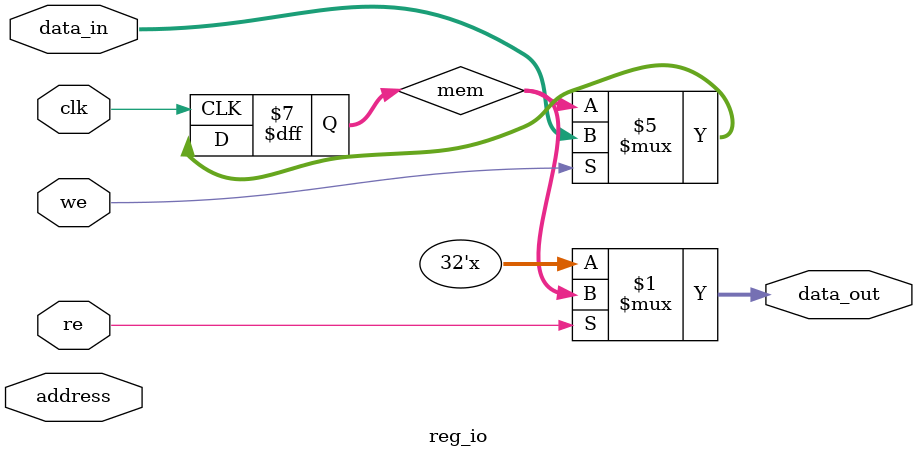
<source format=v>
module reg_io(
    data_out, data_in, address, we, re, clk
    );
parameter DATA_WIDTH=32;
parameter ADDR_WIDTH=27;

output [DATA_WIDTH-1:0] data_out;
input [DATA_WIDTH-1:0] data_in;
input [ADDR_WIDTH-1:0] address;
input we;
input re;
input clk;

reg [DATA_WIDTH-1:0] mem;

assign data_out = (re) ? mem : {DATA_WIDTH{1'bz}};

initial begin
    mem = {DATA_WIDTH{1'b0}};
end

always @(posedge clk) begin
    if ( we ) 
        mem = data_in;
    end

endmodule
</source>
